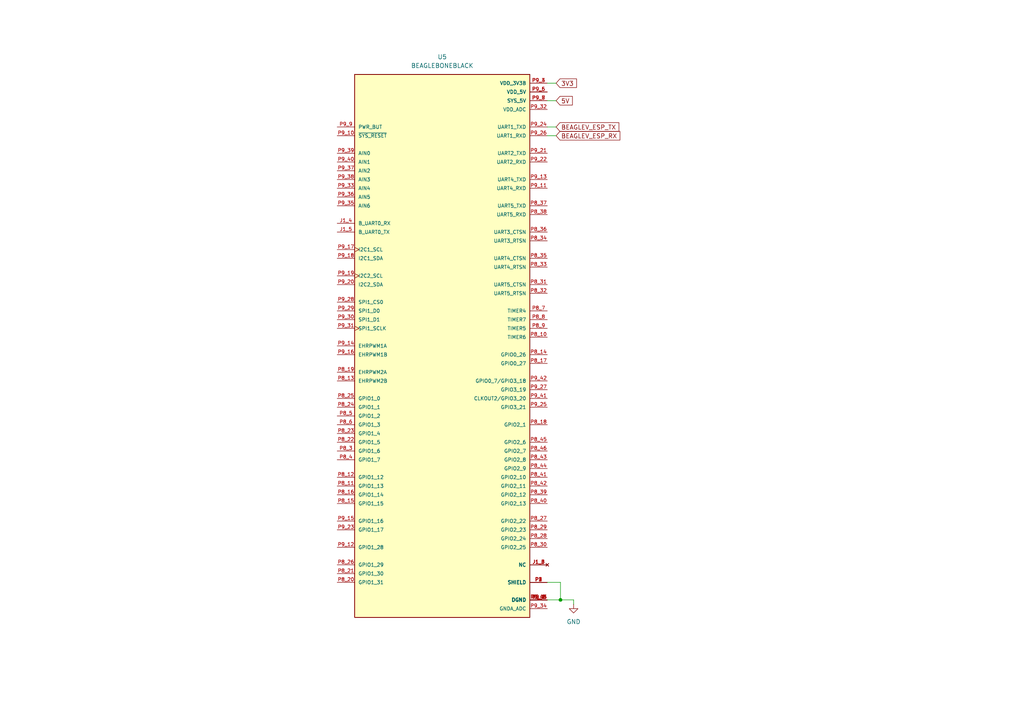
<source format=kicad_sch>
(kicad_sch
	(version 20231120)
	(generator "eeschema")
	(generator_version "8.0")
	(uuid "757ec7cf-08dd-42b0-94bf-58914b4ddc53")
	(paper "A4")
	(title_block
		(title "IoT Gateway")
		(date "2025-02-19")
		(rev "v0.1.0")
		(company "Abstract Machines")
		(comment 1 "Designed By: Jones Kisaka")
		(comment 2 "Approved By: Rodney Osodo")
	)
	(lib_symbols
		(symbol "BeagleBone Black:BEAGLEBONEBLACK"
			(pin_names
				(offset 1.016)
			)
			(exclude_from_sim no)
			(in_bom yes)
			(on_board yes)
			(property "Reference" "U"
				(at -25.4 79.375 0)
				(effects
					(font
						(size 1.27 1.27)
					)
					(justify left bottom)
				)
			)
			(property "Value" "BEAGLEBONEBLACK"
				(at -25.4 -81.28 0)
				(effects
					(font
						(size 1.27 1.27)
					)
					(justify left bottom)
				)
			)
			(property "Footprint" "BEAGLEBONEBLACK:MODULE_BEAGLEBONEBLACK"
				(at 0 0 0)
				(effects
					(font
						(size 1.27 1.27)
					)
					(justify bottom)
					(hide yes)
				)
			)
			(property "Datasheet" ""
				(at 0 0 0)
				(effects
					(font
						(size 1.27 1.27)
					)
					(hide yes)
				)
			)
			(property "Description" ""
				(at 0 0 0)
				(effects
					(font
						(size 1.27 1.27)
					)
					(hide yes)
				)
			)
			(property "MF" "Seeed Development Limited"
				(at 0 0 0)
				(effects
					(font
						(size 1.27 1.27)
					)
					(justify bottom)
					(hide yes)
				)
			)
			(property "MAXIMUM_PACKAGE_HEIGHT" "4.76 mm"
				(at 0 0 0)
				(effects
					(font
						(size 1.27 1.27)
					)
					(justify bottom)
					(hide yes)
				)
			)
			(property "Package" "None"
				(at 0 0 0)
				(effects
					(font
						(size 1.27 1.27)
					)
					(justify bottom)
					(hide yes)
				)
			)
			(property "Price" "None"
				(at 0 0 0)
				(effects
					(font
						(size 1.27 1.27)
					)
					(justify bottom)
					(hide yes)
				)
			)
			(property "Check_prices" "https://www.snapeda.com/parts/BEAGLEBONE%20BLACK/Seeed+Studio/view-part/?ref=eda"
				(at 0 0 0)
				(effects
					(font
						(size 1.27 1.27)
					)
					(justify bottom)
					(hide yes)
				)
			)
			(property "STANDARD" "Manufacturer Recommendations"
				(at 0 0 0)
				(effects
					(font
						(size 1.27 1.27)
					)
					(justify bottom)
					(hide yes)
				)
			)
			(property "PARTREV" "C"
				(at 0 0 0)
				(effects
					(font
						(size 1.27 1.27)
					)
					(justify bottom)
					(hide yes)
				)
			)
			(property "SnapEDA_Link" "https://www.snapeda.com/parts/BEAGLEBONE%20BLACK/Seeed+Studio/view-part/?ref=snap"
				(at 0 0 0)
				(effects
					(font
						(size 1.27 1.27)
					)
					(justify bottom)
					(hide yes)
				)
			)
			(property "MP" "BEAGLEBONE BLACK"
				(at 0 0 0)
				(effects
					(font
						(size 1.27 1.27)
					)
					(justify bottom)
					(hide yes)
				)
			)
			(property "Description_1" "\n                        \n                            AM3358 Microprocessor Development Board 1000MHz CPU 512MB RAM 4GB eMMC Flash\n                        \n"
				(at 0 0 0)
				(effects
					(font
						(size 1.27 1.27)
					)
					(justify bottom)
					(hide yes)
				)
			)
			(property "Availability" "Not in stock"
				(at 0 0 0)
				(effects
					(font
						(size 1.27 1.27)
					)
					(justify bottom)
					(hide yes)
				)
			)
			(property "MANUFACTURER" "Bearings Limited"
				(at 0 0 0)
				(effects
					(font
						(size 1.27 1.27)
					)
					(justify bottom)
					(hide yes)
				)
			)
			(symbol "BEAGLEBONEBLACK_0_0"
				(rectangle
					(start -25.4 -78.74)
					(end 25.4 78.74)
					(stroke
						(width 0.254)
						(type default)
					)
					(fill
						(type background)
					)
				)
				(pin power_in line
					(at 30.48 -73.66 180)
					(length 5.08)
					(name "DGND"
						(effects
							(font
								(size 1.016 1.016)
							)
						)
					)
					(number "J1_1"
						(effects
							(font
								(size 1.016 1.016)
							)
						)
					)
				)
				(pin no_connect line
					(at 30.48 -63.5 180)
					(length 5.08)
					(name "NC"
						(effects
							(font
								(size 1.016 1.016)
							)
						)
					)
					(number "J1_2"
						(effects
							(font
								(size 1.016 1.016)
							)
						)
					)
				)
				(pin no_connect line
					(at 30.48 -63.5 180)
					(length 5.08)
					(name "NC"
						(effects
							(font
								(size 1.016 1.016)
							)
						)
					)
					(number "J1_3"
						(effects
							(font
								(size 1.016 1.016)
							)
						)
					)
				)
				(pin bidirectional line
					(at -30.48 35.56 0)
					(length 5.08)
					(name "B_UART0_RX"
						(effects
							(font
								(size 1.016 1.016)
							)
						)
					)
					(number "J1_4"
						(effects
							(font
								(size 1.016 1.016)
							)
						)
					)
				)
				(pin bidirectional line
					(at -30.48 33.02 0)
					(length 5.08)
					(name "B_UART0_TX"
						(effects
							(font
								(size 1.016 1.016)
							)
						)
					)
					(number "J1_5"
						(effects
							(font
								(size 1.016 1.016)
							)
						)
					)
				)
				(pin no_connect line
					(at 30.48 -63.5 180)
					(length 5.08)
					(name "NC"
						(effects
							(font
								(size 1.016 1.016)
							)
						)
					)
					(number "J1_6"
						(effects
							(font
								(size 1.016 1.016)
							)
						)
					)
				)
				(pin passive line
					(at 30.48 -68.58 180)
					(length 5.08)
					(name "SHIELD"
						(effects
							(font
								(size 1.016 1.016)
							)
						)
					)
					(number "P1"
						(effects
							(font
								(size 1.016 1.016)
							)
						)
					)
				)
				(pin passive line
					(at 30.48 -68.58 180)
					(length 5.08)
					(name "SHIELD"
						(effects
							(font
								(size 1.016 1.016)
							)
						)
					)
					(number "P2"
						(effects
							(font
								(size 1.016 1.016)
							)
						)
					)
				)
				(pin passive line
					(at 30.48 -68.58 180)
					(length 5.08)
					(name "SHIELD"
						(effects
							(font
								(size 1.016 1.016)
							)
						)
					)
					(number "P3"
						(effects
							(font
								(size 1.016 1.016)
							)
						)
					)
				)
				(pin passive line
					(at 30.48 -68.58 180)
					(length 5.08)
					(name "SHIELD"
						(effects
							(font
								(size 1.016 1.016)
							)
						)
					)
					(number "P4"
						(effects
							(font
								(size 1.016 1.016)
							)
						)
					)
				)
				(pin power_in line
					(at 30.48 -73.66 180)
					(length 5.08)
					(name "DGND"
						(effects
							(font
								(size 1.016 1.016)
							)
						)
					)
					(number "P8_1"
						(effects
							(font
								(size 1.016 1.016)
							)
						)
					)
				)
				(pin bidirectional line
					(at 30.48 2.54 180)
					(length 5.08)
					(name "TIMER6"
						(effects
							(font
								(size 1.016 1.016)
							)
						)
					)
					(number "P8_10"
						(effects
							(font
								(size 1.016 1.016)
							)
						)
					)
				)
				(pin bidirectional line
					(at -30.48 -40.64 0)
					(length 5.08)
					(name "GPIO1_13"
						(effects
							(font
								(size 1.016 1.016)
							)
						)
					)
					(number "P8_11"
						(effects
							(font
								(size 1.016 1.016)
							)
						)
					)
				)
				(pin bidirectional line
					(at -30.48 -38.1 0)
					(length 5.08)
					(name "GPIO1_12"
						(effects
							(font
								(size 1.016 1.016)
							)
						)
					)
					(number "P8_12"
						(effects
							(font
								(size 1.016 1.016)
							)
						)
					)
				)
				(pin bidirectional line
					(at -30.48 -10.16 0)
					(length 5.08)
					(name "EHRPWM2B"
						(effects
							(font
								(size 1.016 1.016)
							)
						)
					)
					(number "P8_13"
						(effects
							(font
								(size 1.016 1.016)
							)
						)
					)
				)
				(pin bidirectional line
					(at 30.48 -2.54 180)
					(length 5.08)
					(name "GPIO0_26"
						(effects
							(font
								(size 1.016 1.016)
							)
						)
					)
					(number "P8_14"
						(effects
							(font
								(size 1.016 1.016)
							)
						)
					)
				)
				(pin bidirectional line
					(at -30.48 -45.72 0)
					(length 5.08)
					(name "GPIO1_15"
						(effects
							(font
								(size 1.016 1.016)
							)
						)
					)
					(number "P8_15"
						(effects
							(font
								(size 1.016 1.016)
							)
						)
					)
				)
				(pin bidirectional line
					(at -30.48 -43.18 0)
					(length 5.08)
					(name "GPIO1_14"
						(effects
							(font
								(size 1.016 1.016)
							)
						)
					)
					(number "P8_16"
						(effects
							(font
								(size 1.016 1.016)
							)
						)
					)
				)
				(pin bidirectional line
					(at 30.48 -5.08 180)
					(length 5.08)
					(name "GPIO0_27"
						(effects
							(font
								(size 1.016 1.016)
							)
						)
					)
					(number "P8_17"
						(effects
							(font
								(size 1.016 1.016)
							)
						)
					)
				)
				(pin bidirectional line
					(at 30.48 -22.86 180)
					(length 5.08)
					(name "GPIO2_1"
						(effects
							(font
								(size 1.016 1.016)
							)
						)
					)
					(number "P8_18"
						(effects
							(font
								(size 1.016 1.016)
							)
						)
					)
				)
				(pin bidirectional line
					(at -30.48 -7.62 0)
					(length 5.08)
					(name "EHRPWM2A"
						(effects
							(font
								(size 1.016 1.016)
							)
						)
					)
					(number "P8_19"
						(effects
							(font
								(size 1.016 1.016)
							)
						)
					)
				)
				(pin power_in line
					(at 30.48 -73.66 180)
					(length 5.08)
					(name "DGND"
						(effects
							(font
								(size 1.016 1.016)
							)
						)
					)
					(number "P8_2"
						(effects
							(font
								(size 1.016 1.016)
							)
						)
					)
				)
				(pin bidirectional line
					(at -30.48 -68.58 0)
					(length 5.08)
					(name "GPIO1_31"
						(effects
							(font
								(size 1.016 1.016)
							)
						)
					)
					(number "P8_20"
						(effects
							(font
								(size 1.016 1.016)
							)
						)
					)
				)
				(pin bidirectional line
					(at -30.48 -66.04 0)
					(length 5.08)
					(name "GPIO1_30"
						(effects
							(font
								(size 1.016 1.016)
							)
						)
					)
					(number "P8_21"
						(effects
							(font
								(size 1.016 1.016)
							)
						)
					)
				)
				(pin bidirectional line
					(at -30.48 -27.94 0)
					(length 5.08)
					(name "GPIO1_5"
						(effects
							(font
								(size 1.016 1.016)
							)
						)
					)
					(number "P8_22"
						(effects
							(font
								(size 1.016 1.016)
							)
						)
					)
				)
				(pin bidirectional line
					(at -30.48 -25.4 0)
					(length 5.08)
					(name "GPIO1_4"
						(effects
							(font
								(size 1.016 1.016)
							)
						)
					)
					(number "P8_23"
						(effects
							(font
								(size 1.016 1.016)
							)
						)
					)
				)
				(pin bidirectional line
					(at -30.48 -17.78 0)
					(length 5.08)
					(name "GPIO1_1"
						(effects
							(font
								(size 1.016 1.016)
							)
						)
					)
					(number "P8_24"
						(effects
							(font
								(size 1.016 1.016)
							)
						)
					)
				)
				(pin bidirectional line
					(at -30.48 -15.24 0)
					(length 5.08)
					(name "GPIO1_0"
						(effects
							(font
								(size 1.016 1.016)
							)
						)
					)
					(number "P8_25"
						(effects
							(font
								(size 1.016 1.016)
							)
						)
					)
				)
				(pin bidirectional line
					(at -30.48 -63.5 0)
					(length 5.08)
					(name "GPIO1_29"
						(effects
							(font
								(size 1.016 1.016)
							)
						)
					)
					(number "P8_26"
						(effects
							(font
								(size 1.016 1.016)
							)
						)
					)
				)
				(pin bidirectional line
					(at 30.48 -50.8 180)
					(length 5.08)
					(name "GPIO2_22"
						(effects
							(font
								(size 1.016 1.016)
							)
						)
					)
					(number "P8_27"
						(effects
							(font
								(size 1.016 1.016)
							)
						)
					)
				)
				(pin bidirectional line
					(at 30.48 -55.88 180)
					(length 5.08)
					(name "GPIO2_24"
						(effects
							(font
								(size 1.016 1.016)
							)
						)
					)
					(number "P8_28"
						(effects
							(font
								(size 1.016 1.016)
							)
						)
					)
				)
				(pin bidirectional line
					(at 30.48 -53.34 180)
					(length 5.08)
					(name "GPIO2_23"
						(effects
							(font
								(size 1.016 1.016)
							)
						)
					)
					(number "P8_29"
						(effects
							(font
								(size 1.016 1.016)
							)
						)
					)
				)
				(pin bidirectional line
					(at -30.48 -30.48 0)
					(length 5.08)
					(name "GPIO1_6"
						(effects
							(font
								(size 1.016 1.016)
							)
						)
					)
					(number "P8_3"
						(effects
							(font
								(size 1.016 1.016)
							)
						)
					)
				)
				(pin bidirectional line
					(at 30.48 -58.42 180)
					(length 5.08)
					(name "GPIO2_25"
						(effects
							(font
								(size 1.016 1.016)
							)
						)
					)
					(number "P8_30"
						(effects
							(font
								(size 1.016 1.016)
							)
						)
					)
				)
				(pin bidirectional line
					(at 30.48 17.78 180)
					(length 5.08)
					(name "UART5_CTSN"
						(effects
							(font
								(size 1.016 1.016)
							)
						)
					)
					(number "P8_31"
						(effects
							(font
								(size 1.016 1.016)
							)
						)
					)
				)
				(pin bidirectional line
					(at 30.48 15.24 180)
					(length 5.08)
					(name "UART5_RTSN"
						(effects
							(font
								(size 1.016 1.016)
							)
						)
					)
					(number "P8_32"
						(effects
							(font
								(size 1.016 1.016)
							)
						)
					)
				)
				(pin bidirectional line
					(at 30.48 22.86 180)
					(length 5.08)
					(name "UART4_RTSN"
						(effects
							(font
								(size 1.016 1.016)
							)
						)
					)
					(number "P8_33"
						(effects
							(font
								(size 1.016 1.016)
							)
						)
					)
				)
				(pin bidirectional line
					(at 30.48 30.48 180)
					(length 5.08)
					(name "UART3_RTSN"
						(effects
							(font
								(size 1.016 1.016)
							)
						)
					)
					(number "P8_34"
						(effects
							(font
								(size 1.016 1.016)
							)
						)
					)
				)
				(pin bidirectional line
					(at 30.48 25.4 180)
					(length 5.08)
					(name "UART4_CTSN"
						(effects
							(font
								(size 1.016 1.016)
							)
						)
					)
					(number "P8_35"
						(effects
							(font
								(size 1.016 1.016)
							)
						)
					)
				)
				(pin bidirectional line
					(at 30.48 33.02 180)
					(length 5.08)
					(name "UART3_CTSN"
						(effects
							(font
								(size 1.016 1.016)
							)
						)
					)
					(number "P8_36"
						(effects
							(font
								(size 1.016 1.016)
							)
						)
					)
				)
				(pin bidirectional line
					(at 30.48 40.64 180)
					(length 5.08)
					(name "UART5_TXD"
						(effects
							(font
								(size 1.016 1.016)
							)
						)
					)
					(number "P8_37"
						(effects
							(font
								(size 1.016 1.016)
							)
						)
					)
				)
				(pin bidirectional line
					(at 30.48 38.1 180)
					(length 5.08)
					(name "UART5_RXD"
						(effects
							(font
								(size 1.016 1.016)
							)
						)
					)
					(number "P8_38"
						(effects
							(font
								(size 1.016 1.016)
							)
						)
					)
				)
				(pin bidirectional line
					(at 30.48 -43.18 180)
					(length 5.08)
					(name "GPIO2_12"
						(effects
							(font
								(size 1.016 1.016)
							)
						)
					)
					(number "P8_39"
						(effects
							(font
								(size 1.016 1.016)
							)
						)
					)
				)
				(pin bidirectional line
					(at -30.48 -33.02 0)
					(length 5.08)
					(name "GPIO1_7"
						(effects
							(font
								(size 1.016 1.016)
							)
						)
					)
					(number "P8_4"
						(effects
							(font
								(size 1.016 1.016)
							)
						)
					)
				)
				(pin bidirectional line
					(at 30.48 -45.72 180)
					(length 5.08)
					(name "GPIO2_13"
						(effects
							(font
								(size 1.016 1.016)
							)
						)
					)
					(number "P8_40"
						(effects
							(font
								(size 1.016 1.016)
							)
						)
					)
				)
				(pin bidirectional line
					(at 30.48 -38.1 180)
					(length 5.08)
					(name "GPIO2_10"
						(effects
							(font
								(size 1.016 1.016)
							)
						)
					)
					(number "P8_41"
						(effects
							(font
								(size 1.016 1.016)
							)
						)
					)
				)
				(pin bidirectional line
					(at 30.48 -40.64 180)
					(length 5.08)
					(name "GPIO2_11"
						(effects
							(font
								(size 1.016 1.016)
							)
						)
					)
					(number "P8_42"
						(effects
							(font
								(size 1.016 1.016)
							)
						)
					)
				)
				(pin bidirectional line
					(at 30.48 -33.02 180)
					(length 5.08)
					(name "GPIO2_8"
						(effects
							(font
								(size 1.016 1.016)
							)
						)
					)
					(number "P8_43"
						(effects
							(font
								(size 1.016 1.016)
							)
						)
					)
				)
				(pin bidirectional line
					(at 30.48 -35.56 180)
					(length 5.08)
					(name "GPIO2_9"
						(effects
							(font
								(size 1.016 1.016)
							)
						)
					)
					(number "P8_44"
						(effects
							(font
								(size 1.016 1.016)
							)
						)
					)
				)
				(pin bidirectional line
					(at 30.48 -27.94 180)
					(length 5.08)
					(name "GPIO2_6"
						(effects
							(font
								(size 1.016 1.016)
							)
						)
					)
					(number "P8_45"
						(effects
							(font
								(size 1.016 1.016)
							)
						)
					)
				)
				(pin bidirectional line
					(at 30.48 -30.48 180)
					(length 5.08)
					(name "GPIO2_7"
						(effects
							(font
								(size 1.016 1.016)
							)
						)
					)
					(number "P8_46"
						(effects
							(font
								(size 1.016 1.016)
							)
						)
					)
				)
				(pin bidirectional line
					(at -30.48 -20.32 0)
					(length 5.08)
					(name "GPIO1_2"
						(effects
							(font
								(size 1.016 1.016)
							)
						)
					)
					(number "P8_5"
						(effects
							(font
								(size 1.016 1.016)
							)
						)
					)
				)
				(pin bidirectional line
					(at -30.48 -22.86 0)
					(length 5.08)
					(name "GPIO1_3"
						(effects
							(font
								(size 1.016 1.016)
							)
						)
					)
					(number "P8_6"
						(effects
							(font
								(size 1.016 1.016)
							)
						)
					)
				)
				(pin bidirectional line
					(at 30.48 10.16 180)
					(length 5.08)
					(name "TIMER4"
						(effects
							(font
								(size 1.016 1.016)
							)
						)
					)
					(number "P8_7"
						(effects
							(font
								(size 1.016 1.016)
							)
						)
					)
				)
				(pin bidirectional line
					(at 30.48 7.62 180)
					(length 5.08)
					(name "TIMER7"
						(effects
							(font
								(size 1.016 1.016)
							)
						)
					)
					(number "P8_8"
						(effects
							(font
								(size 1.016 1.016)
							)
						)
					)
				)
				(pin bidirectional line
					(at 30.48 5.08 180)
					(length 5.08)
					(name "TIMER5"
						(effects
							(font
								(size 1.016 1.016)
							)
						)
					)
					(number "P8_9"
						(effects
							(font
								(size 1.016 1.016)
							)
						)
					)
				)
				(pin power_in line
					(at 30.48 -73.66 180)
					(length 5.08)
					(name "DGND"
						(effects
							(font
								(size 1.016 1.016)
							)
						)
					)
					(number "P9_1"
						(effects
							(font
								(size 1.016 1.016)
							)
						)
					)
				)
				(pin input line
					(at -30.48 60.96 0)
					(length 5.08)
					(name "~{SYS_RESET}"
						(effects
							(font
								(size 1.016 1.016)
							)
						)
					)
					(number "P9_10"
						(effects
							(font
								(size 1.016 1.016)
							)
						)
					)
				)
				(pin bidirectional line
					(at 30.48 45.72 180)
					(length 5.08)
					(name "UART4_RXD"
						(effects
							(font
								(size 1.016 1.016)
							)
						)
					)
					(number "P9_11"
						(effects
							(font
								(size 1.016 1.016)
							)
						)
					)
				)
				(pin bidirectional line
					(at -30.48 -58.42 0)
					(length 5.08)
					(name "GPIO1_28"
						(effects
							(font
								(size 1.016 1.016)
							)
						)
					)
					(number "P9_12"
						(effects
							(font
								(size 1.016 1.016)
							)
						)
					)
				)
				(pin bidirectional line
					(at 30.48 48.26 180)
					(length 5.08)
					(name "UART4_TXD"
						(effects
							(font
								(size 1.016 1.016)
							)
						)
					)
					(number "P9_13"
						(effects
							(font
								(size 1.016 1.016)
							)
						)
					)
				)
				(pin bidirectional line
					(at -30.48 0 0)
					(length 5.08)
					(name "EHRPWM1A"
						(effects
							(font
								(size 1.016 1.016)
							)
						)
					)
					(number "P9_14"
						(effects
							(font
								(size 1.016 1.016)
							)
						)
					)
				)
				(pin bidirectional line
					(at -30.48 -50.8 0)
					(length 5.08)
					(name "GPIO1_16"
						(effects
							(font
								(size 1.016 1.016)
							)
						)
					)
					(number "P9_15"
						(effects
							(font
								(size 1.016 1.016)
							)
						)
					)
				)
				(pin bidirectional line
					(at -30.48 -2.54 0)
					(length 5.08)
					(name "EHRPWM1B"
						(effects
							(font
								(size 1.016 1.016)
							)
						)
					)
					(number "P9_16"
						(effects
							(font
								(size 1.016 1.016)
							)
						)
					)
				)
				(pin bidirectional clock
					(at -30.48 27.94 0)
					(length 5.08)
					(name "I2C1_SCL"
						(effects
							(font
								(size 1.016 1.016)
							)
						)
					)
					(number "P9_17"
						(effects
							(font
								(size 1.016 1.016)
							)
						)
					)
				)
				(pin bidirectional line
					(at -30.48 25.4 0)
					(length 5.08)
					(name "I2C1_SDA"
						(effects
							(font
								(size 1.016 1.016)
							)
						)
					)
					(number "P9_18"
						(effects
							(font
								(size 1.016 1.016)
							)
						)
					)
				)
				(pin bidirectional clock
					(at -30.48 20.32 0)
					(length 5.08)
					(name "I2C2_SCL"
						(effects
							(font
								(size 1.016 1.016)
							)
						)
					)
					(number "P9_19"
						(effects
							(font
								(size 1.016 1.016)
							)
						)
					)
				)
				(pin power_in line
					(at 30.48 -73.66 180)
					(length 5.08)
					(name "DGND"
						(effects
							(font
								(size 1.016 1.016)
							)
						)
					)
					(number "P9_2"
						(effects
							(font
								(size 1.016 1.016)
							)
						)
					)
				)
				(pin bidirectional line
					(at -30.48 17.78 0)
					(length 5.08)
					(name "I2C2_SDA"
						(effects
							(font
								(size 1.016 1.016)
							)
						)
					)
					(number "P9_20"
						(effects
							(font
								(size 1.016 1.016)
							)
						)
					)
				)
				(pin bidirectional line
					(at 30.48 55.88 180)
					(length 5.08)
					(name "UART2_TXD"
						(effects
							(font
								(size 1.016 1.016)
							)
						)
					)
					(number "P9_21"
						(effects
							(font
								(size 1.016 1.016)
							)
						)
					)
				)
				(pin bidirectional line
					(at 30.48 53.34 180)
					(length 5.08)
					(name "UART2_RXD"
						(effects
							(font
								(size 1.016 1.016)
							)
						)
					)
					(number "P9_22"
						(effects
							(font
								(size 1.016 1.016)
							)
						)
					)
				)
				(pin bidirectional line
					(at -30.48 -53.34 0)
					(length 5.08)
					(name "GPIO1_17"
						(effects
							(font
								(size 1.016 1.016)
							)
						)
					)
					(number "P9_23"
						(effects
							(font
								(size 1.016 1.016)
							)
						)
					)
				)
				(pin bidirectional line
					(at 30.48 63.5 180)
					(length 5.08)
					(name "UART1_TXD"
						(effects
							(font
								(size 1.016 1.016)
							)
						)
					)
					(number "P9_24"
						(effects
							(font
								(size 1.016 1.016)
							)
						)
					)
				)
				(pin bidirectional line
					(at 30.48 -17.78 180)
					(length 5.08)
					(name "GPIO3_21"
						(effects
							(font
								(size 1.016 1.016)
							)
						)
					)
					(number "P9_25"
						(effects
							(font
								(size 1.016 1.016)
							)
						)
					)
				)
				(pin bidirectional line
					(at 30.48 60.96 180)
					(length 5.08)
					(name "UART1_RXD"
						(effects
							(font
								(size 1.016 1.016)
							)
						)
					)
					(number "P9_26"
						(effects
							(font
								(size 1.016 1.016)
							)
						)
					)
				)
				(pin bidirectional line
					(at 30.48 -12.7 180)
					(length 5.08)
					(name "GPIO3_19"
						(effects
							(font
								(size 1.016 1.016)
							)
						)
					)
					(number "P9_27"
						(effects
							(font
								(size 1.016 1.016)
							)
						)
					)
				)
				(pin bidirectional line
					(at -30.48 12.7 0)
					(length 5.08)
					(name "SPI1_CS0"
						(effects
							(font
								(size 1.016 1.016)
							)
						)
					)
					(number "P9_28"
						(effects
							(font
								(size 1.016 1.016)
							)
						)
					)
				)
				(pin bidirectional line
					(at -30.48 10.16 0)
					(length 5.08)
					(name "SPI1_D0"
						(effects
							(font
								(size 1.016 1.016)
							)
						)
					)
					(number "P9_29"
						(effects
							(font
								(size 1.016 1.016)
							)
						)
					)
				)
				(pin power_in line
					(at 30.48 76.2 180)
					(length 5.08)
					(name "VDD_3V3B"
						(effects
							(font
								(size 1.016 1.016)
							)
						)
					)
					(number "P9_3"
						(effects
							(font
								(size 1.016 1.016)
							)
						)
					)
				)
				(pin bidirectional line
					(at -30.48 7.62 0)
					(length 5.08)
					(name "SPI1_D1"
						(effects
							(font
								(size 1.016 1.016)
							)
						)
					)
					(number "P9_30"
						(effects
							(font
								(size 1.016 1.016)
							)
						)
					)
				)
				(pin bidirectional clock
					(at -30.48 5.08 0)
					(length 5.08)
					(name "SPI1_SCLK"
						(effects
							(font
								(size 1.016 1.016)
							)
						)
					)
					(number "P9_31"
						(effects
							(font
								(size 1.016 1.016)
							)
						)
					)
				)
				(pin power_in line
					(at 30.48 68.58 180)
					(length 5.08)
					(name "VDD_ADC"
						(effects
							(font
								(size 1.016 1.016)
							)
						)
					)
					(number "P9_32"
						(effects
							(font
								(size 1.016 1.016)
							)
						)
					)
				)
				(pin input line
					(at -30.48 45.72 0)
					(length 5.08)
					(name "AIN4"
						(effects
							(font
								(size 1.016 1.016)
							)
						)
					)
					(number "P9_33"
						(effects
							(font
								(size 1.016 1.016)
							)
						)
					)
				)
				(pin power_in line
					(at 30.48 -76.2 180)
					(length 5.08)
					(name "GNDA_ADC"
						(effects
							(font
								(size 1.016 1.016)
							)
						)
					)
					(number "P9_34"
						(effects
							(font
								(size 1.016 1.016)
							)
						)
					)
				)
				(pin input line
					(at -30.48 40.64 0)
					(length 5.08)
					(name "AIN6"
						(effects
							(font
								(size 1.016 1.016)
							)
						)
					)
					(number "P9_35"
						(effects
							(font
								(size 1.016 1.016)
							)
						)
					)
				)
				(pin input line
					(at -30.48 43.18 0)
					(length 5.08)
					(name "AIN5"
						(effects
							(font
								(size 1.016 1.016)
							)
						)
					)
					(number "P9_36"
						(effects
							(font
								(size 1.016 1.016)
							)
						)
					)
				)
				(pin input line
					(at -30.48 50.8 0)
					(length 5.08)
					(name "AIN2"
						(effects
							(font
								(size 1.016 1.016)
							)
						)
					)
					(number "P9_37"
						(effects
							(font
								(size 1.016 1.016)
							)
						)
					)
				)
				(pin input line
					(at -30.48 48.26 0)
					(length 5.08)
					(name "AIN3"
						(effects
							(font
								(size 1.016 1.016)
							)
						)
					)
					(number "P9_38"
						(effects
							(font
								(size 1.016 1.016)
							)
						)
					)
				)
				(pin input line
					(at -30.48 55.88 0)
					(length 5.08)
					(name "AIN0"
						(effects
							(font
								(size 1.016 1.016)
							)
						)
					)
					(number "P9_39"
						(effects
							(font
								(size 1.016 1.016)
							)
						)
					)
				)
				(pin power_in line
					(at 30.48 76.2 180)
					(length 5.08)
					(name "VDD_3V3B"
						(effects
							(font
								(size 1.016 1.016)
							)
						)
					)
					(number "P9_4"
						(effects
							(font
								(size 1.016 1.016)
							)
						)
					)
				)
				(pin input line
					(at -30.48 53.34 0)
					(length 5.08)
					(name "AIN1"
						(effects
							(font
								(size 1.016 1.016)
							)
						)
					)
					(number "P9_40"
						(effects
							(font
								(size 1.016 1.016)
							)
						)
					)
				)
				(pin bidirectional line
					(at 30.48 -15.24 180)
					(length 5.08)
					(name "CLKOUT2/GPIO3_20"
						(effects
							(font
								(size 1.016 1.016)
							)
						)
					)
					(number "P9_41"
						(effects
							(font
								(size 1.016 1.016)
							)
						)
					)
				)
				(pin bidirectional line
					(at 30.48 -10.16 180)
					(length 5.08)
					(name "GPIO0_7/GPIO3_18"
						(effects
							(font
								(size 1.016 1.016)
							)
						)
					)
					(number "P9_42"
						(effects
							(font
								(size 1.016 1.016)
							)
						)
					)
				)
				(pin power_in line
					(at 30.48 -73.66 180)
					(length 5.08)
					(name "DGND"
						(effects
							(font
								(size 1.016 1.016)
							)
						)
					)
					(number "P9_43"
						(effects
							(font
								(size 1.016 1.016)
							)
						)
					)
				)
				(pin power_in line
					(at 30.48 -73.66 180)
					(length 5.08)
					(name "DGND"
						(effects
							(font
								(size 1.016 1.016)
							)
						)
					)
					(number "P9_44"
						(effects
							(font
								(size 1.016 1.016)
							)
						)
					)
				)
				(pin power_in line
					(at 30.48 -73.66 180)
					(length 5.08)
					(name "DGND"
						(effects
							(font
								(size 1.016 1.016)
							)
						)
					)
					(number "P9_45"
						(effects
							(font
								(size 1.016 1.016)
							)
						)
					)
				)
				(pin power_in line
					(at 30.48 -73.66 180)
					(length 5.08)
					(name "DGND"
						(effects
							(font
								(size 1.016 1.016)
							)
						)
					)
					(number "P9_46"
						(effects
							(font
								(size 1.016 1.016)
							)
						)
					)
				)
				(pin power_in line
					(at 30.48 73.66 180)
					(length 5.08)
					(name "VDD_5V"
						(effects
							(font
								(size 1.016 1.016)
							)
						)
					)
					(number "P9_5"
						(effects
							(font
								(size 1.016 1.016)
							)
						)
					)
				)
				(pin power_in line
					(at 30.48 73.66 180)
					(length 5.08)
					(name "VDD_5V"
						(effects
							(font
								(size 1.016 1.016)
							)
						)
					)
					(number "P9_6"
						(effects
							(font
								(size 1.016 1.016)
							)
						)
					)
				)
				(pin power_in line
					(at 30.48 71.12 180)
					(length 5.08)
					(name "SYS_5V"
						(effects
							(font
								(size 1.016 1.016)
							)
						)
					)
					(number "P9_7"
						(effects
							(font
								(size 1.016 1.016)
							)
						)
					)
				)
				(pin power_in line
					(at 30.48 71.12 180)
					(length 5.08)
					(name "SYS_5V"
						(effects
							(font
								(size 1.016 1.016)
							)
						)
					)
					(number "P9_8"
						(effects
							(font
								(size 1.016 1.016)
							)
						)
					)
				)
				(pin input line
					(at -30.48 63.5 0)
					(length 5.08)
					(name "PWR_BUT"
						(effects
							(font
								(size 1.016 1.016)
							)
						)
					)
					(number "P9_9"
						(effects
							(font
								(size 1.016 1.016)
							)
						)
					)
				)
			)
		)
		(symbol "power:GND"
			(power)
			(pin_numbers hide)
			(pin_names
				(offset 0) hide)
			(exclude_from_sim no)
			(in_bom yes)
			(on_board yes)
			(property "Reference" "#PWR"
				(at 0 -6.35 0)
				(effects
					(font
						(size 1.27 1.27)
					)
					(hide yes)
				)
			)
			(property "Value" "GND"
				(at 0 -3.81 0)
				(effects
					(font
						(size 1.27 1.27)
					)
				)
			)
			(property "Footprint" ""
				(at 0 0 0)
				(effects
					(font
						(size 1.27 1.27)
					)
					(hide yes)
				)
			)
			(property "Datasheet" ""
				(at 0 0 0)
				(effects
					(font
						(size 1.27 1.27)
					)
					(hide yes)
				)
			)
			(property "Description" "Power symbol creates a global label with name \"GND\" , ground"
				(at 0 0 0)
				(effects
					(font
						(size 1.27 1.27)
					)
					(hide yes)
				)
			)
			(property "ki_keywords" "global power"
				(at 0 0 0)
				(effects
					(font
						(size 1.27 1.27)
					)
					(hide yes)
				)
			)
			(symbol "GND_0_1"
				(polyline
					(pts
						(xy 0 0) (xy 0 -1.27) (xy 1.27 -1.27) (xy 0 -2.54) (xy -1.27 -1.27) (xy 0 -1.27)
					)
					(stroke
						(width 0)
						(type default)
					)
					(fill
						(type none)
					)
				)
			)
			(symbol "GND_1_1"
				(pin power_in line
					(at 0 0 270)
					(length 0)
					(name "~"
						(effects
							(font
								(size 1.27 1.27)
							)
						)
					)
					(number "1"
						(effects
							(font
								(size 1.27 1.27)
							)
						)
					)
				)
			)
		)
	)
	(junction
		(at 162.56 173.99)
		(diameter 0)
		(color 0 0 0 0)
		(uuid "c5ab946c-6d18-411a-884e-5b3d79cee235")
	)
	(wire
		(pts
			(xy 158.75 168.91) (xy 162.56 168.91)
		)
		(stroke
			(width 0)
			(type default)
		)
		(uuid "29dbfb2c-ac11-4574-9b7a-0195ab52d416")
	)
	(wire
		(pts
			(xy 158.75 39.37) (xy 161.29 39.37)
		)
		(stroke
			(width 0)
			(type default)
		)
		(uuid "2bb55e6a-9121-44cc-b5d7-d44b840cb4a2")
	)
	(wire
		(pts
			(xy 166.37 175.26) (xy 166.37 173.99)
		)
		(stroke
			(width 0)
			(type default)
		)
		(uuid "2e27e740-ec87-46a7-8cc7-e10e4a7760cc")
	)
	(wire
		(pts
			(xy 162.56 168.91) (xy 162.56 173.99)
		)
		(stroke
			(width 0)
			(type default)
		)
		(uuid "46339270-7691-4eac-9d73-53ac86cc144d")
	)
	(wire
		(pts
			(xy 158.75 36.83) (xy 161.29 36.83)
		)
		(stroke
			(width 0)
			(type default)
		)
		(uuid "638426f3-78a5-42c4-85cc-78f0d076a516")
	)
	(wire
		(pts
			(xy 158.75 24.13) (xy 161.29 24.13)
		)
		(stroke
			(width 0)
			(type default)
		)
		(uuid "69940b70-6fe5-4cb4-8db9-e4262089c9c2")
	)
	(wire
		(pts
			(xy 166.37 173.99) (xy 162.56 173.99)
		)
		(stroke
			(width 0)
			(type default)
		)
		(uuid "91c622a3-6dd2-46b2-859d-8896942e94e1")
	)
	(wire
		(pts
			(xy 158.75 29.21) (xy 161.29 29.21)
		)
		(stroke
			(width 0)
			(type default)
		)
		(uuid "c6057bf9-7817-4d4d-be54-01fbbe987b8d")
	)
	(wire
		(pts
			(xy 162.56 173.99) (xy 158.75 173.99)
		)
		(stroke
			(width 0)
			(type default)
		)
		(uuid "ebeac5f3-2bff-4e2a-8a34-0260c05aa1c0")
	)
	(global_label "3V3"
		(shape input)
		(at 161.29 24.13 0)
		(fields_autoplaced yes)
		(effects
			(font
				(size 1.27 1.27)
			)
			(justify left)
		)
		(uuid "021b033e-9a7a-42f7-af4c-fac915c8006b")
		(property "Intersheetrefs" "${INTERSHEET_REFS}"
			(at 167.7828 24.13 0)
			(effects
				(font
					(size 1.27 1.27)
				)
				(justify left)
				(hide yes)
			)
		)
	)
	(global_label "5V"
		(shape input)
		(at 161.29 29.21 0)
		(fields_autoplaced yes)
		(effects
			(font
				(size 1.27 1.27)
			)
			(justify left)
		)
		(uuid "4b7c4758-7296-4391-84f8-acee6184f553")
		(property "Intersheetrefs" "${INTERSHEET_REFS}"
			(at 166.5733 29.21 0)
			(effects
				(font
					(size 1.27 1.27)
				)
				(justify left)
				(hide yes)
			)
		)
	)
	(global_label "BEAGLEV_ESP_TX"
		(shape input)
		(at 161.29 36.83 0)
		(fields_autoplaced yes)
		(effects
			(font
				(size 1.27 1.27)
			)
			(justify left)
		)
		(uuid "c666eab0-6ab6-4418-804e-500c130eaa11")
		(property "Intersheetrefs" "${INTERSHEET_REFS}"
			(at 180.0593 36.83 0)
			(effects
				(font
					(size 1.27 1.27)
				)
				(justify left)
				(hide yes)
			)
		)
	)
	(global_label "BEAGLEV_ESP_RX"
		(shape input)
		(at 161.29 39.37 0)
		(fields_autoplaced yes)
		(effects
			(font
				(size 1.27 1.27)
			)
			(justify left)
		)
		(uuid "cfa2b710-e9c2-4fe2-b12a-015299ecec48")
		(property "Intersheetrefs" "${INTERSHEET_REFS}"
			(at 180.3617 39.37 0)
			(effects
				(font
					(size 1.27 1.27)
				)
				(justify left)
				(hide yes)
			)
		)
	)
	(symbol
		(lib_id "BeagleBone Black:BEAGLEBONEBLACK")
		(at 128.27 100.33 0)
		(unit 1)
		(exclude_from_sim no)
		(in_bom yes)
		(on_board yes)
		(dnp no)
		(fields_autoplaced yes)
		(uuid "1b76b1cf-f425-45c7-83b2-e27f7ad635c1")
		(property "Reference" "U5"
			(at 128.27 16.51 0)
			(effects
				(font
					(size 1.27 1.27)
				)
			)
		)
		(property "Value" "BEAGLEBONEBLACK"
			(at 128.27 19.05 0)
			(effects
				(font
					(size 1.27 1.27)
				)
			)
		)
		(property "Footprint" "BeagleBone Capes:BB_Cape"
			(at 128.27 100.33 0)
			(effects
				(font
					(size 1.27 1.27)
				)
				(justify bottom)
				(hide yes)
			)
		)
		(property "Datasheet" ""
			(at 128.27 100.33 0)
			(effects
				(font
					(size 1.27 1.27)
				)
				(hide yes)
			)
		)
		(property "Description" ""
			(at 128.27 100.33 0)
			(effects
				(font
					(size 1.27 1.27)
				)
				(hide yes)
			)
		)
		(property "MF" "Seeed Development Limited"
			(at 128.27 100.33 0)
			(effects
				(font
					(size 1.27 1.27)
				)
				(justify bottom)
				(hide yes)
			)
		)
		(property "MAXIMUM_PACKAGE_HEIGHT" "4.76 mm"
			(at 128.27 100.33 0)
			(effects
				(font
					(size 1.27 1.27)
				)
				(justify bottom)
				(hide yes)
			)
		)
		(property "Package" "None"
			(at 128.27 100.33 0)
			(effects
				(font
					(size 1.27 1.27)
				)
				(justify bottom)
				(hide yes)
			)
		)
		(property "Price" "None"
			(at 128.27 100.33 0)
			(effects
				(font
					(size 1.27 1.27)
				)
				(justify bottom)
				(hide yes)
			)
		)
		(property "Check_prices" "https://www.snapeda.com/parts/BEAGLEBONE%20BLACK/Seeed+Studio/view-part/?ref=eda"
			(at 128.27 100.33 0)
			(effects
				(font
					(size 1.27 1.27)
				)
				(justify bottom)
				(hide yes)
			)
		)
		(property "STANDARD" "Manufacturer Recommendations"
			(at 128.27 100.33 0)
			(effects
				(font
					(size 1.27 1.27)
				)
				(justify bottom)
				(hide yes)
			)
		)
		(property "PARTREV" "C"
			(at 128.27 100.33 0)
			(effects
				(font
					(size 1.27 1.27)
				)
				(justify bottom)
				(hide yes)
			)
		)
		(property "SnapEDA_Link" "https://www.snapeda.com/parts/BEAGLEBONE%20BLACK/Seeed+Studio/view-part/?ref=snap"
			(at 128.27 100.33 0)
			(effects
				(font
					(size 1.27 1.27)
				)
				(justify bottom)
				(hide yes)
			)
		)
		(property "MP" "BEAGLEBONE BLACK"
			(at 128.27 100.33 0)
			(effects
				(font
					(size 1.27 1.27)
				)
				(justify bottom)
				(hide yes)
			)
		)
		(property "Description_1" "\n                        \n                            AM3358 Microprocessor Development Board 1000MHz CPU 512MB RAM 4GB eMMC Flash\n                        \n"
			(at 128.27 100.33 0)
			(effects
				(font
					(size 1.27 1.27)
				)
				(justify bottom)
				(hide yes)
			)
		)
		(property "Availability" "Not in stock"
			(at 128.27 100.33 0)
			(effects
				(font
					(size 1.27 1.27)
				)
				(justify bottom)
				(hide yes)
			)
		)
		(property "MANUFACTURER" "Bearings Limited"
			(at 128.27 100.33 0)
			(effects
				(font
					(size 1.27 1.27)
				)
				(justify bottom)
				(hide yes)
			)
		)
		(pin "J1_6"
			(uuid "e8a8f5e4-ee9c-49a0-9647-199e189ec89b")
		)
		(pin "P8_13"
			(uuid "04582f92-bdcb-4e9c-b2ee-a6f866196ed0")
		)
		(pin "P8_35"
			(uuid "226974e8-433c-4a42-8bd8-55996e59e329")
		)
		(pin "P8_2"
			(uuid "975ea2e4-b167-4352-8e89-a2f3904a0d33")
		)
		(pin "P8_41"
			(uuid "153c94aa-2888-4c3f-8728-ef7d84cb43b5")
		)
		(pin "P8_3"
			(uuid "b58ebe16-69bf-4585-bfb2-6fe7823af9a0")
		)
		(pin "J1_2"
			(uuid "f7dc1c14-4942-42be-8529-c55e88ea6432")
		)
		(pin "P8_1"
			(uuid "064846ab-60ad-473e-94f9-3abdc561d90d")
		)
		(pin "P8_16"
			(uuid "69b92654-4415-4f26-8fcd-5689c75066b2")
		)
		(pin "P8_38"
			(uuid "32cf4df3-bc2a-43c1-aa5a-e2f41b861a36")
		)
		(pin "P8_42"
			(uuid "b1536716-c492-4837-9bbb-e973005b115a")
		)
		(pin "P8_45"
			(uuid "84036dad-74a5-488f-a3a7-0d6c63596627")
		)
		(pin "P8_5"
			(uuid "e65b63dd-8918-4e21-991b-d76594954568")
		)
		(pin "P8_9"
			(uuid "384c3b32-3e0a-4bc6-a644-e30480e1cd73")
		)
		(pin "P8_40"
			(uuid "609b7a5f-525c-4514-9a42-b8cf7c8061dd")
		)
		(pin "J1_3"
			(uuid "59980394-ac0f-4459-8ad1-29f9528e1ca9")
		)
		(pin "P8_14"
			(uuid "3aa3b3dc-cbdf-482e-954b-bccda62fb865")
		)
		(pin "P8_11"
			(uuid "ed758daf-2db5-47ef-8356-cdb64a08746a")
		)
		(pin "P8_20"
			(uuid "77d40a52-d76a-4d86-88d2-ae4eb0b15ba8")
		)
		(pin "P8_25"
			(uuid "1d53d480-3b4a-4bb8-82fe-e8af2e2c0586")
		)
		(pin "P8_27"
			(uuid "105722db-07ea-49f4-b2aa-f0c409c5d76e")
		)
		(pin "P8_30"
			(uuid "30b71204-0f42-4f60-8f83-8454a0c42369")
		)
		(pin "P8_34"
			(uuid "e6a873ad-66ab-4a01-abed-596ef2fd5082")
		)
		(pin "P8_26"
			(uuid "4161f65b-77ed-4ccd-a535-c5468974dbb0")
		)
		(pin "P8_46"
			(uuid "0582fcc1-0d7c-4502-95ae-8d3726a6ad0b")
		)
		(pin "P1"
			(uuid "8f65d547-e3ac-4984-a1aa-ab2ca56f2761")
		)
		(pin "P8_6"
			(uuid "de985910-84ac-4c41-97a1-99f555f87ab3")
		)
		(pin "P8_7"
			(uuid "f059de73-df88-49a6-9c2a-3c09f122c38d")
		)
		(pin "P8_8"
			(uuid "574545b0-0439-4fab-b12d-0bc7a8bef78a")
		)
		(pin "P9_10"
			(uuid "213cea2d-7ae0-4ea1-b1d6-99c4d5845a92")
		)
		(pin "P9_11"
			(uuid "fc472d20-de47-475e-85c0-0cfa224e14ec")
		)
		(pin "P9_12"
			(uuid "b06c39da-e329-49a6-b2c9-9c28171fbebb")
		)
		(pin "P9_13"
			(uuid "1b1f19d9-cf96-466d-9b26-b6cccbd8b790")
		)
		(pin "P9_14"
			(uuid "9df75540-bb82-438f-9c61-8566feb09c71")
		)
		(pin "P8_12"
			(uuid "1c98b690-6093-4aeb-afe8-d78ac97de3c0")
		)
		(pin "P8_32"
			(uuid "62a79086-8e0f-4505-8389-ea57f06dbd66")
		)
		(pin "P8_15"
			(uuid "8371e3f6-daa8-4903-808a-a47286881bf7")
		)
		(pin "P8_28"
			(uuid "64da332b-eabc-4c5d-a598-2a63e9dd15ad")
		)
		(pin "P8_44"
			(uuid "ad5d1250-6518-4c6c-a532-be8747f6bca1")
		)
		(pin "P9_15"
			(uuid "c2ec2ec8-f6ce-4d27-9bf6-32c3bda4e9a1")
		)
		(pin "J1_4"
			(uuid "cea02e8d-388a-4ddf-944b-ed979d1f6e70")
		)
		(pin "P8_37"
			(uuid "b7c0f3ee-891d-4150-9ae7-8d05de5c9db2")
		)
		(pin "P8_39"
			(uuid "db17d599-8405-4704-bb1e-51301abf9f48")
		)
		(pin "P9_1"
			(uuid "62c40b5d-8af7-488a-8a74-1c8e647ffdc2")
		)
		(pin "P8_17"
			(uuid "52f0269e-aaea-4549-a6e5-093dd6858a7b")
		)
		(pin "J1_5"
			(uuid "4dae70f3-2c64-4b97-a5c9-cd885da8b2a7")
		)
		(pin "P8_43"
			(uuid "67085a9a-73a0-4655-b032-57477d1ffe36")
		)
		(pin "P8_21"
			(uuid "77de1993-6f2b-4caf-8e79-3f6d0fac0be5")
		)
		(pin "P8_18"
			(uuid "1e690b05-efca-4a88-9cfb-3895a32fac2e")
		)
		(pin "P8_33"
			(uuid "b82d18d2-0f90-4c5c-b769-45bc5b027996")
		)
		(pin "P8_19"
			(uuid "72a4f504-a8a1-437b-ad5c-374c1e706262")
		)
		(pin "P3"
			(uuid "2f35e043-3606-4b23-affd-aabd7271a47b")
		)
		(pin "P8_29"
			(uuid "92e7d4c0-cd4e-46d3-81f1-157a0293a226")
		)
		(pin "P8_36"
			(uuid "32f6a722-e595-4c35-97e2-884f38770f16")
		)
		(pin "P8_23"
			(uuid "6a8040c4-7af7-46fe-b6f0-6409d31606a6")
		)
		(pin "P8_4"
			(uuid "448050e2-833b-4c2b-a621-fd8015d410e0")
		)
		(pin "P4"
			(uuid "a7b162d6-103a-4d46-b9a8-e16ca171393e")
		)
		(pin "P8_24"
			(uuid "a99743f2-5432-4a35-b64f-8215e5f8cec9")
		)
		(pin "P8_31"
			(uuid "bd19f736-3fc5-40d4-9f34-62ae97f2bccc")
		)
		(pin "P2"
			(uuid "98f06493-3ad4-4e7c-8cd8-8734fe55d529")
		)
		(pin "P8_10"
			(uuid "f7e9a95e-d7a0-4778-a082-bf9e1ae17acf")
		)
		(pin "P8_22"
			(uuid "19952a10-9eba-4c57-b4a0-98bbb645172f")
		)
		(pin "J1_1"
			(uuid "db5d29ca-4dc4-4d32-a21f-d17678667d26")
		)
		(pin "P9_43"
			(uuid "b19d00bd-4d09-40eb-bca9-4fd533c0609b")
		)
		(pin "P9_18"
			(uuid "078ed80c-ba3b-4f5d-90cc-cb85e2019ce3")
		)
		(pin "P9_19"
			(uuid "b0ad60e2-00fe-4015-8dba-62638faad22a")
		)
		(pin "P9_22"
			(uuid "1d0efba9-40a8-47f9-91d2-b5dfb14096d7")
		)
		(pin "P9_24"
			(uuid "8bed7090-92af-41fe-af73-9b33856ced4c")
		)
		(pin "P9_26"
			(uuid "7719fe01-f404-41ce-b413-0354c65c1cec")
		)
		(pin "P9_17"
			(uuid "6cdbf297-c5c3-45f4-9dda-5cc0a6ad012d")
		)
		(pin "P9_40"
			(uuid "38699b3f-1a04-4105-b353-82e325c690c2")
		)
		(pin "P9_27"
			(uuid "1f184bdc-4b91-4303-9fde-b78b11a128c7")
		)
		(pin "P9_32"
			(uuid "93bfd526-f451-45dd-a9d7-7b1ddec1d342")
		)
		(pin "P9_30"
			(uuid "861f6d77-3bcc-4b73-8583-6983c3f17596")
		)
		(pin "P9_41"
			(uuid "ee32cbd0-a7d1-4a36-bac7-67b9a6503605")
		)
		(pin "P9_33"
			(uuid "47e500b8-ef10-4d41-9b31-db2ca46edc58")
		)
		(pin "P9_21"
			(uuid "fc25cb43-16a5-42e6-bb65-90248505242f")
		)
		(pin "P9_37"
			(uuid "6fcc8f1f-6b10-470e-b5c0-44fe1a1cbee6")
		)
		(pin "P9_29"
			(uuid "5379d7b9-94cb-4af6-80cf-7dab5eb34a75")
		)
		(pin "P9_45"
			(uuid "69ad6bd4-3615-43ff-bffb-a380ea8721d4")
		)
		(pin "P9_7"
			(uuid "919f2b4c-6b70-4e52-937e-1eae83a463ba")
		)
		(pin "P9_9"
			(uuid "d4621b04-357a-49d0-a1ad-ac05dcdca4b9")
		)
		(pin "P9_31"
			(uuid "1a5d8c4c-881e-4b85-a5b1-dd27b95eca68")
		)
		(pin "P9_23"
			(uuid "b192f626-7a4b-40c0-a38d-10ee6c91873b")
		)
		(pin "P9_6"
			(uuid "c7ed570f-c80b-4772-a47f-1231594336e0")
		)
		(pin "P9_20"
			(uuid "00ebdf08-5487-4d61-9acc-152d25751703")
		)
		(pin "P9_36"
			(uuid "2e0ffa54-ceff-4151-86c8-7c15967adfba")
		)
		(pin "P9_38"
			(uuid "c9d63e9a-7f17-4935-8df9-8415da607b2a")
		)
		(pin "P9_34"
			(uuid "54aa9f52-be87-432d-9a42-32e806be85de")
		)
		(pin "P9_42"
			(uuid "c17e1154-c109-4833-8edf-6f80b900f582")
		)
		(pin "P9_39"
			(uuid "f8811049-ce11-4383-87c9-33b7c1859909")
		)
		(pin "P9_3"
			(uuid "28ef3d0b-40ab-41dc-88e1-0854e1c7750c")
		)
		(pin "P9_44"
			(uuid "69a05d89-8b17-4fb0-990a-2d8627667cc6")
		)
		(pin "P9_46"
			(uuid "88ae1623-6d03-4e9f-b442-cc10c8325b2e")
		)
		(pin "P9_5"
			(uuid "866d816b-316d-4ac5-893d-a357badbd808")
		)
		(pin "P9_8"
			(uuid "2003a9c4-b7d7-4b36-a31d-b2515389c8f5")
		)
		(pin "P9_16"
			(uuid "5126d63b-3bed-42b1-b14b-01cb62697aaa")
		)
		(pin "P9_25"
			(uuid "a6e2ba12-3f87-4388-80e0-799b82aa99f5")
		)
		(pin "P9_28"
			(uuid "ea12e73d-0209-4e5e-b90a-df8d9be5f8a4")
		)
		(pin "P9_35"
			(uuid "b8b44f61-b8fd-4b10-8e3b-693ff5590607")
		)
		(pin "P9_4"
			(uuid "b62cdd6d-aa3c-4c61-9a7d-73c28cb5df3e")
		)
		(pin "P9_2"
			(uuid "85cc3ab6-2beb-4c89-99b9-8f338d001993")
		)
		(instances
			(project ""
				(path "/9e4c0f80-14bc-451b-8b05-b2f0d1a90e15/86937199-a2bd-4617-9e2a-b866c6060b92"
					(reference "U5")
					(unit 1)
				)
			)
		)
	)
	(symbol
		(lib_id "power:GND")
		(at 166.37 175.26 0)
		(unit 1)
		(exclude_from_sim no)
		(in_bom yes)
		(on_board yes)
		(dnp no)
		(fields_autoplaced yes)
		(uuid "4aa50387-b9bd-408d-9a5a-3c436f2b3dd5")
		(property "Reference" "#PWR04"
			(at 166.37 181.61 0)
			(effects
				(font
					(size 1.27 1.27)
				)
				(hide yes)
			)
		)
		(property "Value" "GND"
			(at 166.37 180.34 0)
			(effects
				(font
					(size 1.27 1.27)
				)
			)
		)
		(property "Footprint" ""
			(at 166.37 175.26 0)
			(effects
				(font
					(size 1.27 1.27)
				)
				(hide yes)
			)
		)
		(property "Datasheet" ""
			(at 166.37 175.26 0)
			(effects
				(font
					(size 1.27 1.27)
				)
				(hide yes)
			)
		)
		(property "Description" "Power symbol creates a global label with name \"GND\" , ground"
			(at 166.37 175.26 0)
			(effects
				(font
					(size 1.27 1.27)
				)
				(hide yes)
			)
		)
		(pin "1"
			(uuid "50b312b5-32d3-4341-a7d4-e0f314b297e7")
		)
		(instances
			(project "am-iot-gateway"
				(path "/9e4c0f80-14bc-451b-8b05-b2f0d1a90e15/86937199-a2bd-4617-9e2a-b866c6060b92"
					(reference "#PWR04")
					(unit 1)
				)
			)
		)
	)
)

</source>
